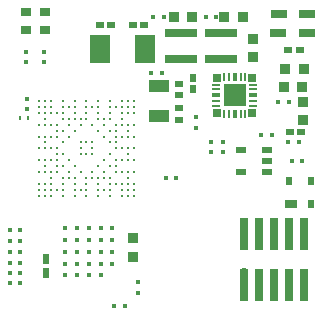
<source format=gtp>
G04*
G04 #@! TF.GenerationSoftware,Altium Limited,Altium Designer,23.0.1 (38)*
G04*
G04 Layer_Color=12040119*
%FSLAX25Y25*%
%MOIN*%
G70*
G04*
G04 #@! TF.SameCoordinates,E6578E61-D9FC-44F6-81D0-07C95BE9B69E*
G04*
G04*
G04 #@! TF.FilePolarity,Positive*
G04*
G01*
G75*
%ADD19R,0.05315X0.02756*%
%ADD20R,0.02362X0.02756*%
%ADD21R,0.04331X0.03150*%
%ADD22C,0.01200*%
%ADD23R,0.02559X0.01968*%
%ADD24R,0.06500X0.09449*%
%ADD25R,0.02362X0.03347*%
%ADD26R,0.02559X0.02559*%
%ADD27R,0.02559X0.02559*%
%ADD28R,0.07480X0.07480*%
%ADD29R,0.02756X0.00787*%
%ADD30R,0.02756X0.01575*%
%ADD31R,0.01575X0.02756*%
%ADD32R,0.00787X0.02756*%
%ADD33R,0.03740X0.03543*%
%ADD34R,0.10630X0.03150*%
%ADD35R,0.03543X0.03740*%
%ADD36R,0.01378X0.01772*%
%ADD37R,0.02900X0.11000*%
G04:AMPARAMS|DCode=38|XSize=29mil|YSize=110mil|CornerRadius=7.25mil|HoleSize=0mil|Usage=FLASHONLY|Rotation=0.000|XOffset=0mil|YOffset=0mil|HoleType=Round|Shape=RoundedRectangle|*
%AMROUNDEDRECTD38*
21,1,0.02900,0.09550,0,0,0.0*
21,1,0.01450,0.11000,0,0,0.0*
1,1,0.01450,0.00725,-0.04775*
1,1,0.01450,-0.00725,-0.04775*
1,1,0.01450,-0.00725,0.04775*
1,1,0.01450,0.00725,0.04775*
%
%ADD38ROUNDEDRECTD38*%
%ADD39R,0.03347X0.03150*%
%ADD40R,0.02756X0.02362*%
%ADD41R,0.07087X0.03937*%
%ADD42C,0.01457*%
%ADD43R,0.03347X0.02362*%
%ADD44R,0.01772X0.01378*%
%ADD45R,0.00984X0.01378*%
%ADD46R,0.01968X0.02559*%
G36*
X92177Y91141D02*
X94878D01*
Y88441D01*
X92177D01*
Y91141D01*
D02*
G37*
G36*
Y94882D02*
X94878D01*
Y92181D01*
X92177D01*
Y94882D01*
D02*
G37*
G36*
X95917Y91141D02*
X98618D01*
Y88441D01*
X95917D01*
Y91141D01*
D02*
G37*
G36*
Y94882D02*
X98618D01*
Y92181D01*
X95917D01*
Y94882D01*
D02*
G37*
D19*
X119412Y112321D02*
D03*
X109963D02*
D03*
X110176Y118800D02*
D03*
X119624D02*
D03*
D20*
X113450Y63044D02*
D03*
X120937D02*
D03*
Y55563D02*
D03*
D21*
X114237D02*
D03*
D22*
X32221Y89748D02*
D03*
X34189D02*
D03*
X38126D02*
D03*
X42063D02*
D03*
X46000D02*
D03*
X49937D02*
D03*
X53874D02*
D03*
X57811D02*
D03*
X61748D02*
D03*
X30252Y87779D02*
D03*
X32221D02*
D03*
X34189D02*
D03*
X38126D02*
D03*
X40095D02*
D03*
X42063D02*
D03*
X46000D02*
D03*
X47969D02*
D03*
X49937D02*
D03*
X53874D02*
D03*
X55843D02*
D03*
X57811D02*
D03*
X59780D02*
D03*
X61748D02*
D03*
X30252Y85811D02*
D03*
X32221D02*
D03*
X34189D02*
D03*
X36158D02*
D03*
X38126D02*
D03*
X42063D02*
D03*
X46000D02*
D03*
X49937D02*
D03*
X53874D02*
D03*
X57811D02*
D03*
X59780D02*
D03*
X61748D02*
D03*
X32221Y83842D02*
D03*
X38126D02*
D03*
X40095D02*
D03*
X42063D02*
D03*
X44032D02*
D03*
X46000D02*
D03*
X49937D02*
D03*
X51906D02*
D03*
X53874D02*
D03*
X57811D02*
D03*
X30252Y81874D02*
D03*
X32221D02*
D03*
X34189D02*
D03*
X36158D02*
D03*
X40095D02*
D03*
X44032D02*
D03*
X47969D02*
D03*
X51906D02*
D03*
X55843D02*
D03*
X57811D02*
D03*
X59780D02*
D03*
X61748D02*
D03*
X36158Y79905D02*
D03*
X38126D02*
D03*
X42063D02*
D03*
X49937D02*
D03*
X53874D02*
D03*
X55843D02*
D03*
X59780D02*
D03*
X30252Y77937D02*
D03*
X32221D02*
D03*
X34189D02*
D03*
X36158D02*
D03*
X40095D02*
D03*
X51906D02*
D03*
X55843D02*
D03*
X57811D02*
D03*
X59780D02*
D03*
X61748D02*
D03*
X32221Y75968D02*
D03*
X38126D02*
D03*
X44032D02*
D03*
X46000D02*
D03*
X47969D02*
D03*
X53874D02*
D03*
X55843D02*
D03*
X32221Y74000D02*
D03*
X34189D02*
D03*
X36158D02*
D03*
X44032D02*
D03*
X47969D02*
D03*
X55843D02*
D03*
X57811D02*
D03*
X59780D02*
D03*
X61748D02*
D03*
X36158Y72031D02*
D03*
X38126D02*
D03*
X44032D02*
D03*
X46000D02*
D03*
X47969D02*
D03*
X53874D02*
D03*
X59780D02*
D03*
X30252Y70063D02*
D03*
X32221D02*
D03*
X34189D02*
D03*
X36158D02*
D03*
X40095D02*
D03*
X51906D02*
D03*
X55843D02*
D03*
X57811D02*
D03*
X59780D02*
D03*
X61748D02*
D03*
X32221Y68094D02*
D03*
X36158D02*
D03*
X38126D02*
D03*
X42063D02*
D03*
X49937D02*
D03*
X53874D02*
D03*
X55843D02*
D03*
X30252Y66126D02*
D03*
X32221D02*
D03*
X34189D02*
D03*
X36158D02*
D03*
X40095D02*
D03*
X44032D02*
D03*
X47969D02*
D03*
X51906D02*
D03*
X55843D02*
D03*
X57811D02*
D03*
X59780D02*
D03*
X61748D02*
D03*
X34189Y64157D02*
D03*
X38126D02*
D03*
X40095D02*
D03*
X42063D02*
D03*
X46000D02*
D03*
X47969D02*
D03*
X49937D02*
D03*
X51906D02*
D03*
X53874D02*
D03*
X59780D02*
D03*
X30252Y62189D02*
D03*
X32221D02*
D03*
X34189D02*
D03*
X38126D02*
D03*
X42063D02*
D03*
X46000D02*
D03*
X49937D02*
D03*
X53874D02*
D03*
X55843D02*
D03*
X57811D02*
D03*
X59780D02*
D03*
X61748D02*
D03*
X30252Y60220D02*
D03*
X32221D02*
D03*
X34189D02*
D03*
X36158D02*
D03*
X38126D02*
D03*
X42063D02*
D03*
X44032D02*
D03*
X46000D02*
D03*
X49937D02*
D03*
X51906D02*
D03*
X53874D02*
D03*
X57811D02*
D03*
X59780D02*
D03*
X61748D02*
D03*
X30252Y58252D02*
D03*
X32221D02*
D03*
X34189D02*
D03*
X38126D02*
D03*
X42063D02*
D03*
X46000D02*
D03*
X49937D02*
D03*
X53874D02*
D03*
X57811D02*
D03*
X59780D02*
D03*
X61748D02*
D03*
X30252Y74000D02*
D03*
Y89748D02*
D03*
X59780D02*
D03*
D23*
X50417Y115102D02*
D03*
X54157D02*
D03*
X65307D02*
D03*
X61567D02*
D03*
X117492Y79435D02*
D03*
X113752D02*
D03*
X117018Y106811D02*
D03*
X113278D02*
D03*
D24*
X50447Y107254D02*
D03*
X65408D02*
D03*
D25*
X32500Y32515D02*
D03*
Y37042D02*
D03*
D26*
X101303Y85756D02*
D03*
X89492D02*
D03*
D27*
Y97567D02*
D03*
X101303D02*
D03*
D28*
X95398Y91661D02*
D03*
D29*
X101500Y89693D02*
D03*
Y88118D02*
D03*
X89295Y89693D02*
D03*
X101500Y93630D02*
D03*
Y95205D02*
D03*
X89295D02*
D03*
Y93630D02*
D03*
Y88118D02*
D03*
D30*
X101500Y91661D02*
D03*
X89295D02*
D03*
D31*
X95398Y85559D02*
D03*
Y97764D02*
D03*
D32*
X97366Y85559D02*
D03*
X98941Y97764D02*
D03*
X97366D02*
D03*
X93429D02*
D03*
X91854D02*
D03*
X98941Y85559D02*
D03*
X93429D02*
D03*
X91854D02*
D03*
D33*
X118340Y100511D02*
D03*
X112237D02*
D03*
X117999Y94511D02*
D03*
X111897D02*
D03*
X98109Y117811D02*
D03*
X92006D02*
D03*
X81204Y117653D02*
D03*
X75101D02*
D03*
D34*
X77420Y103887D02*
D03*
Y112548D02*
D03*
X90948Y103887D02*
D03*
Y112548D02*
D03*
D35*
X118100Y89604D02*
D03*
Y83502D02*
D03*
X61354Y37927D02*
D03*
Y44030D02*
D03*
X101448Y104460D02*
D03*
Y110562D02*
D03*
D36*
X104225Y78541D02*
D03*
X107768D02*
D03*
X109828Y89500D02*
D03*
X113372D02*
D03*
X58772Y21500D02*
D03*
X55228D02*
D03*
X23972Y32500D02*
D03*
X20428D02*
D03*
X23972Y39500D02*
D03*
X20428D02*
D03*
X23972Y46650D02*
D03*
X20428D02*
D03*
X117938Y69605D02*
D03*
X114395D02*
D03*
X72428Y64200D02*
D03*
X75972D02*
D03*
X20428Y35648D02*
D03*
X23972D02*
D03*
X67580Y99178D02*
D03*
X113260Y76101D02*
D03*
X116804D02*
D03*
X89272Y117811D02*
D03*
X85728D02*
D03*
X71805Y117653D02*
D03*
X68262D02*
D03*
X20428Y43139D02*
D03*
X23972D02*
D03*
X71123Y99178D02*
D03*
X20428Y29000D02*
D03*
X23972D02*
D03*
D37*
X118667Y45542D02*
D03*
X113667D02*
D03*
X108667D02*
D03*
X103667D02*
D03*
X98667D02*
D03*
X103667Y28542D02*
D03*
X108667D02*
D03*
X113667D02*
D03*
X118667D02*
D03*
D38*
X98667D02*
D03*
D39*
X25993Y113429D02*
D03*
Y119335D02*
D03*
X32087Y113429D02*
D03*
Y119335D02*
D03*
D40*
X77000Y95601D02*
D03*
Y91664D02*
D03*
Y87445D02*
D03*
Y83508D02*
D03*
D41*
X70034Y94614D02*
D03*
Y84772D02*
D03*
D42*
X38913Y47374D02*
D03*
X42850D02*
D03*
X46787D02*
D03*
X50724D02*
D03*
X54661D02*
D03*
X38913Y43437D02*
D03*
X42850D02*
D03*
X46787D02*
D03*
X50724D02*
D03*
X54661D02*
D03*
X38913Y39500D02*
D03*
X42850D02*
D03*
X46787D02*
D03*
X50724D02*
D03*
X54661D02*
D03*
X38913Y35563D02*
D03*
X42850D02*
D03*
X46787D02*
D03*
X50724D02*
D03*
X54661D02*
D03*
X38913Y31626D02*
D03*
X42850D02*
D03*
X46787D02*
D03*
X50724D02*
D03*
D43*
X97414Y66062D02*
D03*
Y73542D02*
D03*
X106272D02*
D03*
Y69802D02*
D03*
Y66062D02*
D03*
D44*
X63028Y25728D02*
D03*
Y29272D02*
D03*
X26336Y90598D02*
D03*
Y87055D02*
D03*
X31773Y106232D02*
D03*
Y102688D02*
D03*
X25800Y106200D02*
D03*
Y102657D02*
D03*
X91638Y72701D02*
D03*
Y76245D02*
D03*
X82531Y80728D02*
D03*
Y84272D02*
D03*
X87374Y76245D02*
D03*
Y72701D02*
D03*
D45*
X26404Y84039D02*
D03*
X24004D02*
D03*
D46*
X81447Y93736D02*
D03*
Y97476D02*
D03*
M02*

</source>
